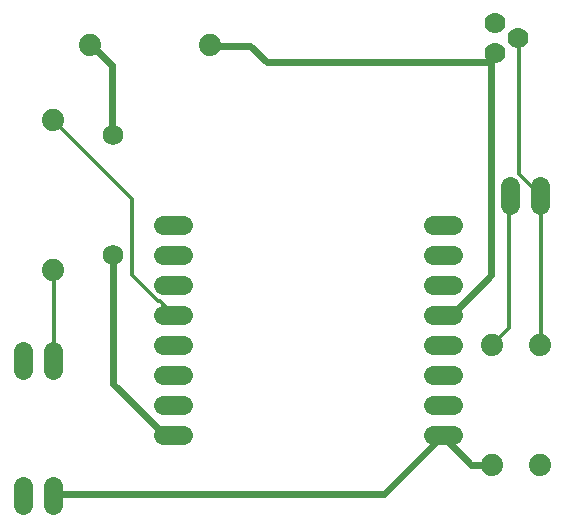
<source format=gtl>
G04 EAGLE Gerber X2 export*
%TF.Part,Single*%
%TF.FileFunction,Other,Top Copper Layer*%
%TF.FilePolarity,Positive*%
%TF.GenerationSoftware,Autodesk,EAGLE,9.1.3*%
%TF.CreationDate,2018-09-11T16:53:11Z*%
G75*
%MOMM*%
%FSLAX34Y34*%
%LPD*%
%AMOC8*
5,1,8,0,0,1.08239X$1,22.5*%
G01*
%ADD10C,1.609600*%
%ADD11C,1.879600*%
%ADD12C,1.625600*%
%ADD13C,1.778000*%
%ADD14C,1.727200*%
%ADD15C,0.609600*%
%ADD16C,0.304800*%


D10*
X25400Y157052D02*
X25400Y173148D01*
X50800Y173148D02*
X50800Y157052D01*
D11*
X50800Y241300D03*
X50800Y368300D03*
D12*
X144272Y101600D02*
X160528Y101600D01*
X160528Y127000D02*
X144272Y127000D01*
X144272Y152400D02*
X160528Y152400D01*
X160528Y177800D02*
X144272Y177800D01*
X144272Y203200D02*
X160528Y203200D01*
X160528Y228600D02*
X144272Y228600D01*
X144272Y254000D02*
X160528Y254000D01*
X160528Y279400D02*
X144272Y279400D01*
X372872Y101600D02*
X389128Y101600D01*
X389128Y127000D02*
X372872Y127000D01*
X372872Y152400D02*
X389128Y152400D01*
X389128Y177800D02*
X372872Y177800D01*
X372872Y203200D02*
X389128Y203200D01*
X389128Y228600D02*
X372872Y228600D01*
X372872Y254000D02*
X389128Y254000D01*
X389128Y279400D02*
X372872Y279400D01*
D10*
X25400Y58848D02*
X25400Y42752D01*
X50800Y42752D02*
X50800Y58848D01*
D13*
X425450Y450850D03*
X444500Y438150D03*
X425450Y425450D03*
D10*
X438150Y312848D02*
X438150Y296752D01*
X463550Y296752D02*
X463550Y312848D01*
D11*
X82550Y431800D03*
X184150Y431800D03*
X463550Y177800D03*
X463550Y76200D03*
D14*
X101600Y254000D03*
X101600Y355600D03*
D11*
X422275Y177800D03*
X422275Y76200D03*
D15*
X331089Y51689D02*
X51689Y51689D01*
X331089Y51689D02*
X381000Y101600D01*
X51689Y51689D02*
X50800Y50800D01*
X405130Y76835D02*
X421894Y76835D01*
X405130Y76835D02*
X382778Y99187D01*
X421894Y76835D02*
X422275Y76200D01*
X382778Y99187D02*
X381000Y101600D01*
D16*
X152273Y203962D02*
X141097Y215138D01*
X139700Y215138D01*
X117348Y237490D01*
X117348Y301752D01*
X50800Y368300D01*
X152273Y203962D02*
X152400Y203200D01*
X51689Y166243D02*
X51689Y240284D01*
X51689Y166243D02*
X50800Y165100D01*
X51689Y240284D02*
X50800Y241300D01*
X463804Y178816D02*
X463804Y304546D01*
X463550Y304800D01*
X463804Y178816D02*
X463550Y177800D01*
X445643Y322707D02*
X445643Y437261D01*
X445643Y322707D02*
X463550Y304800D01*
X445643Y437261D02*
X444500Y438150D01*
D15*
X388366Y203962D02*
X381381Y203962D01*
X388366Y203962D02*
X421894Y237490D01*
X421894Y417703D02*
X421894Y421894D01*
X421894Y417703D02*
X421894Y237490D01*
X421894Y421894D02*
X425450Y425450D01*
X381381Y203962D02*
X381000Y203200D01*
X217932Y431673D02*
X184404Y431673D01*
X217932Y431673D02*
X231902Y417703D01*
X421894Y417703D01*
X184404Y431673D02*
X184150Y431800D01*
X152273Y101981D02*
X145288Y101981D01*
X101981Y145288D01*
X101981Y252857D01*
X152273Y101981D02*
X152400Y101600D01*
X101981Y252857D02*
X101600Y254000D01*
X100584Y356235D02*
X100584Y414909D01*
X83820Y431673D01*
X100584Y356235D02*
X101600Y355600D01*
X83820Y431673D02*
X82550Y431800D01*
D16*
X437261Y304546D02*
X437261Y192786D01*
X422275Y177800D01*
X437261Y304546D02*
X438150Y304800D01*
M02*

</source>
